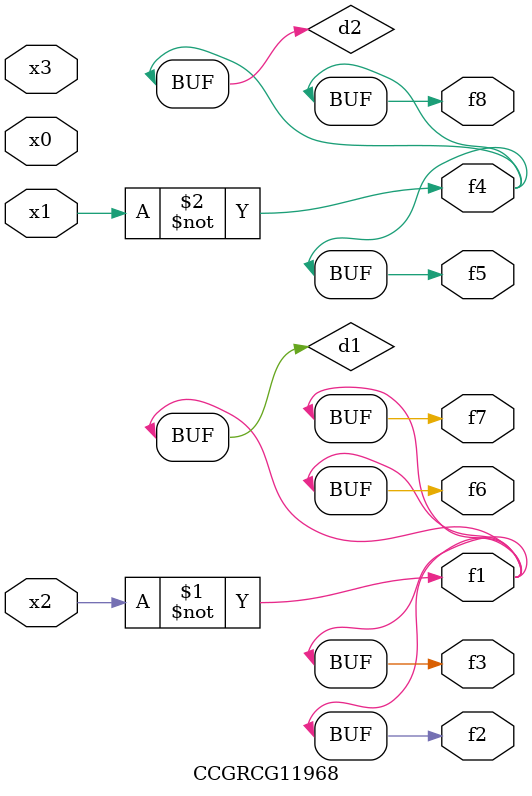
<source format=v>
module CCGRCG11968(
	input x0, x1, x2, x3,
	output f1, f2, f3, f4, f5, f6, f7, f8
);

	wire d1, d2;

	xnor (d1, x2);
	not (d2, x1);
	assign f1 = d1;
	assign f2 = d1;
	assign f3 = d1;
	assign f4 = d2;
	assign f5 = d2;
	assign f6 = d1;
	assign f7 = d1;
	assign f8 = d2;
endmodule

</source>
